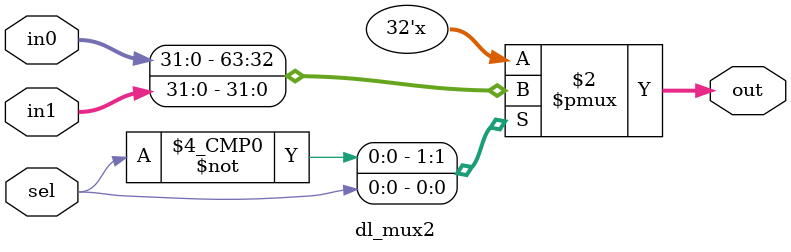
<source format=sv>
/*
   Filename: dl_mux2.sv

   Parameterized 2-to-1 multiplexer implementation
*/
//--------------------------------------------------------------

`ifndef __DL_MUX2_SV__
`define __DL_MUX2_SV__

module dl_mux2 #(
    parameter NUM_BITS = 32
)(
    input  logic [NUM_BITS-1:0]  in0,
    input  logic [NUM_BITS-1:0]  in1,
    input  logic [0:0]           sel,
    output logic [NUM_BITS-1:0]  out
);

    always_comb begin
        case (sel)
            1'd0:   out = in0;
            1'd1:   out = in1;
            default: out = in0;
        endcase
    end
endmodule

`endif // __DL_MUX2_SV__

</source>
